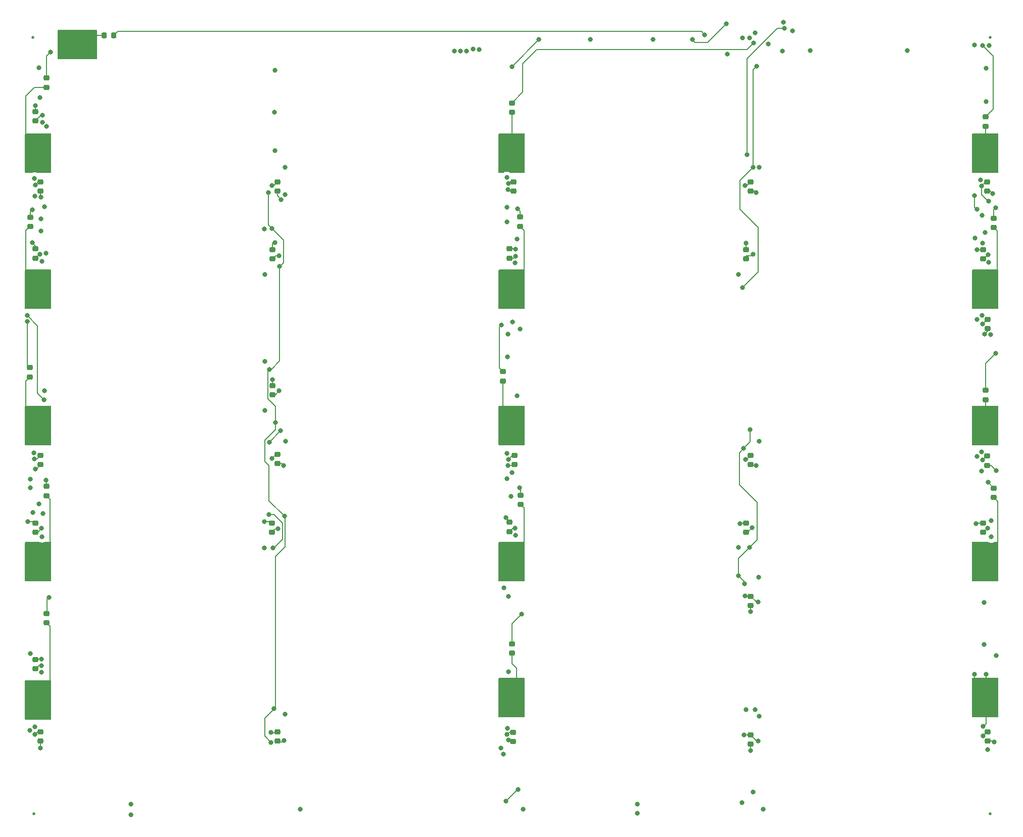
<source format=gtl>
G04 #@! TF.GenerationSoftware,KiCad,Pcbnew,8.0.0-1.fc39*
G04 #@! TF.CreationDate,2024-03-18T17:57:31+01:00*
G04 #@! TF.ProjectId,FT24-AMS-Slave_v1-VTSENS,46543234-2d41-44d5-932d-536c6176655f,rev?*
G04 #@! TF.SameCoordinates,Original*
G04 #@! TF.FileFunction,Copper,L1,Top*
G04 #@! TF.FilePolarity,Positive*
%FSLAX46Y46*%
G04 Gerber Fmt 4.6, Leading zero omitted, Abs format (unit mm)*
G04 Created by KiCad (PCBNEW 8.0.0-1.fc39) date 2024-03-18 17:57:31*
%MOMM*%
%LPD*%
G01*
G04 APERTURE LIST*
G04 Aperture macros list*
%AMRoundRect*
0 Rectangle with rounded corners*
0 $1 Rounding radius*
0 $2 $3 $4 $5 $6 $7 $8 $9 X,Y pos of 4 corners*
0 Add a 4 corners polygon primitive as box body*
4,1,4,$2,$3,$4,$5,$6,$7,$8,$9,$2,$3,0*
0 Add four circle primitives for the rounded corners*
1,1,$1+$1,$2,$3*
1,1,$1+$1,$4,$5*
1,1,$1+$1,$6,$7*
1,1,$1+$1,$8,$9*
0 Add four rect primitives between the rounded corners*
20,1,$1+$1,$2,$3,$4,$5,0*
20,1,$1+$1,$4,$5,$6,$7,0*
20,1,$1+$1,$6,$7,$8,$9,0*
20,1,$1+$1,$8,$9,$2,$3,0*%
G04 Aperture macros list end*
G04 #@! TA.AperFunction,SMDPad,CuDef*
%ADD10RoundRect,0.218750X-0.256250X0.218750X-0.256250X-0.218750X0.256250X-0.218750X0.256250X0.218750X0*%
G04 #@! TD*
G04 #@! TA.AperFunction,SMDPad,CuDef*
%ADD11RoundRect,0.225000X0.250000X-0.225000X0.250000X0.225000X-0.250000X0.225000X-0.250000X-0.225000X0*%
G04 #@! TD*
G04 #@! TA.AperFunction,SMDPad,CuDef*
%ADD12RoundRect,0.225000X-0.250000X0.225000X-0.250000X-0.225000X0.250000X-0.225000X0.250000X0.225000X0*%
G04 #@! TD*
G04 #@! TA.AperFunction,SMDPad,CuDef*
%ADD13RoundRect,0.381000X-0.762000X-0.381000X0.762000X-0.381000X0.762000X0.381000X-0.762000X0.381000X0*%
G04 #@! TD*
G04 #@! TA.AperFunction,SMDPad,CuDef*
%ADD14C,0.500000*%
G04 #@! TD*
G04 #@! TA.AperFunction,SMDPad,CuDef*
%ADD15RoundRect,0.218750X0.218750X0.256250X-0.218750X0.256250X-0.218750X-0.256250X0.218750X-0.256250X0*%
G04 #@! TD*
G04 #@! TA.AperFunction,ViaPad*
%ADD16C,0.800000*%
G04 #@! TD*
G04 #@! TA.AperFunction,Conductor*
%ADD17C,0.200000*%
G04 #@! TD*
G04 APERTURE END LIST*
D10*
X66080330Y-81862500D03*
X66080330Y-83437500D03*
D11*
X67080330Y-132355330D03*
X67080330Y-130805330D03*
D12*
X186880330Y-50805330D03*
X186880330Y-52355330D03*
D11*
X186080330Y-109455330D03*
X186080330Y-107905330D03*
D12*
X186880330Y-96605330D03*
X186880330Y-98155330D03*
D13*
X67530330Y-46030330D03*
D11*
X106780330Y-63655330D03*
X106780330Y-62105330D03*
D13*
X226180330Y-45880330D03*
D12*
X226580330Y-142905330D03*
X226580330Y-144455330D03*
X226480330Y-50805330D03*
X226480330Y-52355330D03*
D14*
X227000000Y-26600000D03*
D10*
X148300000Y-103262500D03*
X148300000Y-104837500D03*
D12*
X226480330Y-96705330D03*
X226480330Y-98255330D03*
D11*
X106780330Y-86455330D03*
X106780330Y-84905330D03*
D13*
X67680330Y-137180330D03*
X146880330Y-137180330D03*
D10*
X226180330Y-39892830D03*
X226180330Y-41467830D03*
D12*
X67880330Y-50805330D03*
X67880330Y-52355330D03*
X186880330Y-120200000D03*
X186880330Y-121750000D03*
X107580330Y-50805330D03*
X107580330Y-52355330D03*
D13*
X146780330Y-68880330D03*
D12*
X107580330Y-96405330D03*
X107580330Y-97955330D03*
D14*
X66600000Y-26600000D03*
D13*
X67480330Y-114480330D03*
X146880330Y-114380330D03*
D12*
X147080330Y-143005330D03*
X147080330Y-144555330D03*
X107580330Y-142905330D03*
X107580330Y-144455330D03*
X147180330Y-50805330D03*
X147180330Y-52355330D03*
D15*
X80167830Y-26280330D03*
X78592830Y-26280330D03*
D13*
X67480330Y-91680330D03*
D10*
X145400000Y-82562500D03*
X145400000Y-84137500D03*
X68900000Y-123062500D03*
X68900000Y-124637500D03*
X148280330Y-56662500D03*
X148280330Y-58237500D03*
D13*
X226180330Y-91580330D03*
X74180330Y-28180330D03*
D10*
X227600000Y-56862500D03*
X227600000Y-58437500D03*
D13*
X67480330Y-68680330D03*
X226280330Y-137280330D03*
D11*
X225780330Y-63655330D03*
X225780330Y-62105330D03*
D12*
X226580330Y-73805330D03*
X226580330Y-75355330D03*
X67880330Y-96605330D03*
X67880330Y-98155330D03*
D11*
X225780330Y-109455330D03*
X225780330Y-107905330D03*
D10*
X227580330Y-102062500D03*
X227580330Y-103637500D03*
X68900000Y-101762500D03*
X68900000Y-103337500D03*
D11*
X186080330Y-63655330D03*
X186080330Y-62105330D03*
D10*
X146880330Y-128162500D03*
X146880330Y-129737500D03*
D12*
X186880330Y-143425000D03*
X186880330Y-144975000D03*
D10*
X146900000Y-37562500D03*
X146900000Y-39137500D03*
X226180330Y-85692830D03*
X226180330Y-87267830D03*
D12*
X67880330Y-142905330D03*
X67880330Y-144455330D03*
D13*
X226280330Y-114380330D03*
D12*
X147280330Y-96605330D03*
X147280330Y-98155330D03*
D11*
X67080330Y-109455330D03*
X67080330Y-107905330D03*
D13*
X226180330Y-68780330D03*
D10*
X66180330Y-56692830D03*
X66180330Y-58267830D03*
X68900000Y-33362500D03*
X68900000Y-34937500D03*
D13*
X146880330Y-91680330D03*
D14*
X66800000Y-156600000D03*
D11*
X146480330Y-63555330D03*
X146480330Y-62005330D03*
X146480330Y-109355330D03*
X146480330Y-107805330D03*
D13*
X146880330Y-45980330D03*
D11*
X106680330Y-109455330D03*
X106680330Y-107905330D03*
X67080330Y-40555330D03*
X67080330Y-39005330D03*
D14*
X227000000Y-156600000D03*
D11*
X67080330Y-63555330D03*
X67080330Y-62005330D03*
D16*
X67815250Y-62931839D03*
X68000000Y-59000000D03*
X146900000Y-31450000D03*
X83080330Y-156780330D03*
X147880330Y-152580330D03*
X67600000Y-104750000D03*
X167880330Y-154980330D03*
X107180330Y-32080330D03*
X66946452Y-143303857D03*
X186000000Y-97300000D03*
X187258238Y-62933236D03*
X146252820Y-51084330D03*
X213080330Y-28780330D03*
X67600000Y-31650000D03*
X226000000Y-121250000D03*
X167880330Y-156580330D03*
X192340094Y-24012245D03*
X225696024Y-74597800D03*
X187098357Y-108691450D03*
X225707237Y-97388772D03*
X68100000Y-131800000D03*
X177100000Y-26950000D03*
X68000000Y-57000000D03*
X66200000Y-100600000D03*
X226300000Y-37350000D03*
X146200000Y-76250000D03*
X68100000Y-108800000D03*
X225808225Y-143592202D03*
X196880330Y-28780330D03*
X106700000Y-97100000D03*
X66200000Y-102050000D03*
X146000000Y-100450000D03*
X182800000Y-24250000D03*
X170500000Y-26950000D03*
X185900000Y-51400000D03*
X106463297Y-143025000D03*
X145880330Y-154480330D03*
X160000000Y-26950000D03*
X146000000Y-57450000D03*
X185400000Y-154750000D03*
X67000000Y-53150000D03*
X67030331Y-51319669D03*
X68300000Y-106350000D03*
X83080330Y-154980330D03*
X188100000Y-144399994D03*
X67800000Y-36650000D03*
X107180330Y-45580330D03*
X107705330Y-108900007D03*
X227104145Y-76362710D03*
X226100000Y-59250000D03*
X225600000Y-56350000D03*
X146000000Y-55050000D03*
X68200000Y-39649997D03*
X224400000Y-60200000D03*
X226700000Y-54000000D03*
X107880330Y-85800000D03*
X188080330Y-121174992D03*
X185780330Y-143400000D03*
X151400000Y-26950000D03*
X146100000Y-80050000D03*
X147000000Y-74250000D03*
X226600000Y-63018671D03*
X226300000Y-31750000D03*
X226000000Y-128250000D03*
X185880330Y-120175000D03*
X105480330Y-80880330D03*
X66900000Y-97200000D03*
X225500000Y-99200000D03*
X108855678Y-52923325D03*
X107100000Y-39150000D03*
X105380330Y-58680330D03*
X226524999Y-108825001D03*
X107850000Y-63127531D03*
X147500000Y-63200000D03*
X146300000Y-97300000D03*
X187300000Y-152950000D03*
X147400000Y-108800000D03*
X106700004Y-51400000D03*
X225550000Y-51461267D03*
X146048298Y-143341248D03*
X227385216Y-52781323D03*
X108181979Y-53718017D03*
X188280330Y-94250000D03*
X105380330Y-112100007D03*
X146000618Y-50065066D03*
X145900000Y-107000000D03*
X107205330Y-60980330D03*
X68100000Y-132900000D03*
X105475000Y-66325000D03*
X66505844Y-60952033D03*
X105400000Y-107700000D03*
X67000000Y-142100000D03*
X226280330Y-133280298D03*
X67989441Y-53298557D03*
X225800000Y-142000000D03*
X187780326Y-52562492D03*
X188180330Y-116975000D03*
X68192891Y-40792891D03*
X108930330Y-94250000D03*
X186880330Y-122775000D03*
X108734096Y-144365904D03*
X68100000Y-130700000D03*
X66800000Y-96200000D03*
X68150000Y-64100000D03*
X189850000Y-27650000D03*
X108863297Y-139925000D03*
X67030378Y-98850000D03*
X146249151Y-52088490D03*
X188282672Y-48367547D03*
X184780330Y-112037498D03*
X185100000Y-108000000D03*
X227955854Y-99100000D03*
X224605027Y-108068018D03*
X187780330Y-98250000D03*
X188283914Y-140301136D03*
X66900000Y-50192240D03*
X184780330Y-66250000D03*
X224805858Y-62100000D03*
X225392772Y-50473702D03*
X68135832Y-110200000D03*
X226750982Y-64286269D03*
X146000000Y-96300000D03*
X225574207Y-95977443D03*
X226062847Y-76286239D03*
X108599996Y-98299996D03*
X67880330Y-145580330D03*
X146161410Y-142289188D03*
X147400000Y-64300000D03*
X225622859Y-73154173D03*
X65795190Y-107714860D03*
X108880330Y-48350000D03*
X147500000Y-110000000D03*
X186880330Y-146000000D03*
X146200000Y-98300000D03*
X146320727Y-144303427D03*
X186080330Y-61050000D03*
X106780322Y-83900000D03*
X105480330Y-89100000D03*
X67080330Y-37999998D03*
X147500000Y-62050000D03*
X224355854Y-133281559D03*
X227700000Y-144600000D03*
X192175002Y-28825001D03*
X225710445Y-27921107D03*
X187370199Y-27468796D03*
X147827927Y-55250000D03*
X182950000Y-29350000D03*
X145070491Y-74723395D03*
X187574129Y-25831711D03*
X185500000Y-26650000D03*
X148177927Y-102043988D03*
X186644701Y-26684039D03*
X148500000Y-123150000D03*
X69300000Y-120350000D03*
X141399998Y-28600000D03*
X68849974Y-100750000D03*
X65700000Y-73180330D03*
X140355326Y-28550000D03*
X68499990Y-87250000D03*
X139299994Y-28850000D03*
X65700000Y-74180330D03*
X138249991Y-28850000D03*
X66550010Y-55450000D03*
X69600007Y-29050007D03*
X137199988Y-28850000D03*
X179150000Y-26150002D03*
X146900000Y-99450000D03*
X66180330Y-129780330D03*
X107975000Y-64925000D03*
X66580330Y-106180330D03*
X107280330Y-91080330D03*
X185680330Y-95450000D03*
X225671220Y-61055330D03*
X106482967Y-144645908D03*
X68850000Y-62753520D03*
X224805862Y-73850000D03*
X148780336Y-155880330D03*
X68900000Y-41500000D03*
X186780330Y-92280330D03*
X106650000Y-58590706D03*
X146723844Y-103475497D03*
X186280330Y-46180330D03*
X192500002Y-25050000D03*
X147752927Y-86614433D03*
X68600000Y-85750000D03*
X111380330Y-155880330D03*
X68600000Y-54900000D03*
X66150024Y-142691433D03*
X186642984Y-112037346D03*
X188980330Y-155880330D03*
X108780330Y-106780330D03*
X224755854Y-96750000D03*
X106280330Y-82180330D03*
X185792983Y-118087653D03*
X145044513Y-145634464D03*
X184780332Y-116775000D03*
X106992983Y-138992983D03*
X106039996Y-52547837D03*
X106830323Y-112099993D03*
X145500000Y-118750000D03*
X145427927Y-146620350D03*
X227155854Y-110250000D03*
X187600000Y-139200000D03*
X187900000Y-31410000D03*
X106205330Y-94355350D03*
X186100000Y-139200000D03*
X106180330Y-106480330D03*
X226580330Y-145880330D03*
X227155826Y-107550000D03*
X224355854Y-53050000D03*
X146299999Y-132850001D03*
X108080330Y-92480330D03*
X148202927Y-75450000D03*
X146330330Y-120180330D03*
X227955854Y-130150000D03*
X187284900Y-48300788D03*
X224755854Y-55394665D03*
X147700000Y-60350000D03*
X185480330Y-68480330D03*
X226600000Y-101050000D03*
X193850000Y-25450004D03*
X227880330Y-79480330D03*
X224380331Y-27869669D03*
X226800000Y-27950000D03*
X227880332Y-55080330D03*
D17*
X225894670Y-109455330D02*
X226524999Y-108825001D01*
X107580330Y-50805330D02*
X106985660Y-51400000D01*
X106780330Y-86455330D02*
X107225000Y-86455330D01*
X67444670Y-109455330D02*
X67080330Y-109455330D01*
X182800000Y-24250000D02*
X179650000Y-27400000D01*
X226488494Y-73805330D02*
X226580330Y-73805330D01*
X186334477Y-109455330D02*
X187098357Y-108691450D01*
X186285660Y-51400000D02*
X185900000Y-51400000D01*
X187855322Y-121174992D02*
X188080330Y-121174992D01*
X226495097Y-142905330D02*
X225808225Y-143592202D01*
X225780330Y-109455330D02*
X225894670Y-109455330D01*
X107308129Y-63127531D02*
X107850000Y-63127531D01*
X226390679Y-96705330D02*
X226480330Y-96705330D01*
X186185660Y-97300000D02*
X186880330Y-96605330D01*
X147080330Y-143005330D02*
X146384216Y-143005330D01*
X147035660Y-108800000D02*
X146480330Y-109355330D01*
X106680330Y-109455330D02*
X107235653Y-108900007D01*
X186880330Y-143425000D02*
X187855324Y-144399994D01*
X147144670Y-63555330D02*
X146480330Y-63555330D01*
X147780330Y-152580330D02*
X147880330Y-152580330D01*
X186880330Y-50805330D02*
X186285660Y-51400000D01*
X106780330Y-63655330D02*
X107308129Y-63127531D01*
X186880330Y-120200000D02*
X185905330Y-120200000D01*
X146900000Y-31450000D02*
X151400000Y-26950000D01*
X146384216Y-143005330D02*
X146048298Y-143341248D01*
X147400000Y-108800000D02*
X147035660Y-108800000D01*
X147280330Y-96605330D02*
X146994670Y-96605330D01*
X179650000Y-27400000D02*
X177550000Y-27400000D01*
X67880330Y-142905330D02*
X67344979Y-142905330D01*
X225707237Y-97388772D02*
X226390679Y-96705330D01*
X147380330Y-152980330D02*
X147780330Y-152580330D01*
X146531820Y-50805330D02*
X146252820Y-51084330D01*
X67285660Y-97200000D02*
X67880330Y-96605330D01*
X225780330Y-63655330D02*
X225963341Y-63655330D01*
X67080330Y-63555330D02*
X67703821Y-62931839D01*
X67985663Y-39649997D02*
X68200000Y-39649997D01*
X146994670Y-96605330D02*
X146300000Y-97300000D01*
X226615686Y-54000000D02*
X226700000Y-54000000D01*
X106488297Y-143050000D02*
X106463297Y-143025000D01*
X67880330Y-50805330D02*
X67544670Y-50805330D01*
X187855324Y-144399994D02*
X188100000Y-144399994D01*
X67544670Y-50805330D02*
X67030331Y-51319669D01*
X147380330Y-152980330D02*
X145880330Y-154480330D01*
X226580330Y-142905330D02*
X226495097Y-142905330D01*
X147180330Y-50805330D02*
X146531820Y-50805330D01*
X106985660Y-51400000D02*
X106700004Y-51400000D01*
X186080330Y-109455330D02*
X186334477Y-109455330D01*
X185805330Y-143425000D02*
X185780330Y-143400000D01*
X107563297Y-143050000D02*
X106488297Y-143050000D01*
X225963341Y-63655330D02*
X226600000Y-63018671D01*
X186080330Y-63125000D02*
X187066474Y-63125000D01*
X67703821Y-62931839D02*
X67815250Y-62931839D01*
X68100000Y-108800000D02*
X67444670Y-109455330D01*
X177550000Y-27400000D02*
X177100000Y-26950000D01*
X225550000Y-51461267D02*
X225550000Y-52934314D01*
X147500000Y-63200000D02*
X147144670Y-63555330D01*
X107235653Y-108900007D02*
X107705330Y-108900007D01*
X66900000Y-97200000D02*
X67285660Y-97200000D01*
X186880330Y-120200000D02*
X187855322Y-121174992D01*
X107225000Y-86455330D02*
X107880330Y-85800000D01*
X187066474Y-63125000D02*
X187258238Y-62933236D01*
X186880330Y-143425000D02*
X185805330Y-143425000D01*
X226205937Y-50805330D02*
X226480330Y-50805330D01*
X107394670Y-96405330D02*
X106700000Y-97100000D01*
X68100000Y-131800000D02*
X67635660Y-131800000D01*
X225550000Y-52934314D02*
X226615686Y-54000000D01*
X67635660Y-131800000D02*
X67080330Y-132355330D01*
X225550000Y-51461267D02*
X226205937Y-50805330D01*
X225696024Y-74597800D02*
X226488494Y-73805330D01*
X107580330Y-96405330D02*
X107394670Y-96405330D01*
X185905330Y-120200000D02*
X185880330Y-120175000D01*
X67080330Y-40555330D02*
X67985663Y-39649997D01*
X186000000Y-97300000D02*
X186185660Y-97300000D01*
X67344979Y-142905330D02*
X66946452Y-143303857D01*
X226280330Y-137280330D02*
X226280330Y-133280298D01*
X67030378Y-98850000D02*
X67185660Y-98850000D01*
X107580330Y-53116368D02*
X108181979Y-53718017D01*
X146515991Y-52355330D02*
X146249151Y-52088490D01*
X147135660Y-98300000D02*
X146200000Y-98300000D01*
X107563297Y-144600000D02*
X108500000Y-144600000D01*
X146480330Y-62005330D02*
X147455330Y-62005330D01*
X67880330Y-144455330D02*
X67880330Y-145580330D01*
X185194670Y-107905330D02*
X185100000Y-108000000D01*
X186880330Y-52355330D02*
X187573164Y-52355330D01*
X226959223Y-52355330D02*
X227385216Y-52781323D01*
X227955854Y-99100000D02*
X227111184Y-98255330D01*
X106880330Y-60980330D02*
X107205330Y-60980330D01*
X107580330Y-97955330D02*
X108255330Y-97955330D01*
X68100000Y-130700000D02*
X67185660Y-130700000D01*
X186880330Y-144975000D02*
X186880330Y-146000000D01*
X66889860Y-107714860D02*
X67080330Y-107905330D01*
X186975000Y-98250000D02*
X187780330Y-98250000D01*
X225780330Y-62105330D02*
X224811188Y-62105330D01*
X187573164Y-52355330D02*
X187780326Y-52562492D01*
X67080330Y-62005330D02*
X67080330Y-61526519D01*
X147280330Y-98155330D02*
X147135660Y-98300000D01*
X65795190Y-107714860D02*
X66889860Y-107714860D01*
X225800000Y-142000000D02*
X226280330Y-141519670D01*
X147455330Y-62005330D02*
X147500000Y-62050000D01*
X186080330Y-107905330D02*
X185194670Y-107905330D01*
X224767715Y-107905330D02*
X224605027Y-108068018D01*
X107580330Y-52355330D02*
X107580330Y-53116368D01*
X67080330Y-39005330D02*
X67080330Y-37999998D01*
X227555330Y-144455330D02*
X227700000Y-144600000D01*
X67185660Y-130700000D02*
X67080330Y-130805330D01*
X226580330Y-144455330D02*
X227555330Y-144455330D01*
X67880330Y-53189446D02*
X67989441Y-53298557D01*
X106780330Y-83900008D02*
X106780322Y-83900000D01*
X146480330Y-107805330D02*
X146480330Y-107580330D01*
X108255330Y-97955330D02*
X108599996Y-98299996D01*
X186880330Y-121750000D02*
X186880330Y-122775000D01*
X227111184Y-98255330D02*
X226480330Y-98255330D01*
X224355854Y-135355854D02*
X226280330Y-137280330D01*
X224355854Y-133281559D02*
X224355854Y-135355854D01*
X106780330Y-84905330D02*
X106780330Y-83900008D01*
X224811188Y-62105330D02*
X224805858Y-62100000D01*
X226580330Y-75355330D02*
X226580330Y-75768756D01*
X146558757Y-144303427D02*
X146320727Y-144303427D01*
X226480330Y-52355330D02*
X226959223Y-52355330D01*
X186880330Y-98155330D02*
X186975000Y-98250000D01*
X67185660Y-98850000D02*
X67880330Y-98155330D01*
X105400000Y-107700000D02*
X106475000Y-107700000D01*
X106475000Y-107700000D02*
X106680330Y-107905330D01*
X106780330Y-61080330D02*
X106880330Y-60980330D01*
X146320727Y-144303427D02*
X146572630Y-144555330D01*
X108500000Y-144600000D02*
X108734096Y-144365904D01*
X147180330Y-52355330D02*
X146515991Y-52355330D01*
X146480330Y-107580330D02*
X145900000Y-107000000D01*
X146572630Y-144555330D02*
X147080330Y-144555330D01*
X226280330Y-141519670D02*
X226280330Y-137280330D01*
X106780330Y-62105330D02*
X106780330Y-61080330D01*
X67880330Y-52355330D02*
X67880330Y-53189446D01*
X226580330Y-75768756D02*
X226062847Y-76286239D01*
X186080330Y-62105330D02*
X186080330Y-61050000D01*
X225780330Y-107905330D02*
X224767715Y-107905330D01*
X67080330Y-61526519D02*
X66505844Y-60952033D01*
X226180330Y-39892830D02*
X227500000Y-38573160D01*
X227500000Y-38573160D02*
X227500000Y-29710662D01*
X227500000Y-29710662D02*
X225710445Y-27921107D01*
X148700000Y-30960660D02*
X151060660Y-28600000D01*
X151060660Y-28600000D02*
X186238995Y-28600000D01*
X146900000Y-37562500D02*
X148700000Y-35762500D01*
X186238995Y-28600000D02*
X187370199Y-27468796D01*
X148700000Y-35762500D02*
X148700000Y-30960660D01*
X148280330Y-55702403D02*
X148280330Y-56662500D01*
X147827927Y-55250000D02*
X148280330Y-55702403D01*
X144780330Y-81942830D02*
X144780330Y-75013556D01*
X145027427Y-74766459D02*
X145070491Y-74723395D01*
X144780330Y-75013556D02*
X145070491Y-74723395D01*
X145400000Y-82562500D02*
X144780330Y-81942830D01*
X148300000Y-103262500D02*
X148300000Y-102166061D01*
X148300000Y-102166061D02*
X148177927Y-102043988D01*
X146880330Y-124769670D02*
X148500000Y-123150000D01*
X146880330Y-128162500D02*
X146880330Y-124769670D01*
X68980330Y-122982170D02*
X68900000Y-123062500D01*
X69300000Y-120350000D02*
X68980330Y-120669670D01*
X68980330Y-120669670D02*
X68980330Y-122982170D01*
X67400000Y-74880330D02*
X67400000Y-86150010D01*
X67400000Y-86150010D02*
X68499990Y-87250000D01*
X68849974Y-100750000D02*
X68900000Y-100800026D01*
X65700000Y-73180330D02*
X67400000Y-74880330D01*
X68900000Y-100800026D02*
X68900000Y-101762500D01*
X65680330Y-74200000D02*
X65680330Y-81462500D01*
X65680330Y-81462500D02*
X66080330Y-81862500D01*
X65700000Y-74180330D02*
X65680330Y-74200000D01*
X66180330Y-55819680D02*
X66550010Y-55450000D01*
X66180330Y-56692830D02*
X66180330Y-55819680D01*
X68900000Y-33162500D02*
X68900000Y-29750014D01*
X68900000Y-29750014D02*
X69600007Y-29050007D01*
X80167830Y-26280330D02*
X80848160Y-25600000D01*
X178599998Y-25600000D02*
X179150000Y-26150002D01*
X80848160Y-25600000D02*
X178599998Y-25600000D01*
X107280330Y-138705636D02*
X106992983Y-138992983D01*
X191344630Y-25050000D02*
X192500002Y-25050000D01*
X107280330Y-91080330D02*
X107280330Y-92280330D01*
X186280330Y-30114300D02*
X191344630Y-25050000D01*
X105463297Y-143626238D02*
X105463297Y-140650306D01*
X107280330Y-91080330D02*
X107280330Y-88400000D01*
X105980330Y-87100000D02*
X105980330Y-82480330D01*
X184780332Y-113899998D02*
X184780332Y-116775000D01*
X185792983Y-118087653D02*
X185792983Y-117787651D01*
X105980330Y-82480330D02*
X106280330Y-82180330D01*
X108780330Y-106780330D02*
X108880330Y-106880330D01*
X184980330Y-96150000D02*
X184980330Y-101480330D01*
X187980330Y-104480330D02*
X187980330Y-110700000D01*
X108880330Y-111900007D02*
X107280330Y-113500007D01*
X187980330Y-110700000D02*
X186642984Y-112037346D01*
X186780330Y-94350000D02*
X186780330Y-92280330D01*
X106039996Y-57980702D02*
X106650000Y-58590706D01*
X107975000Y-64925000D02*
X108575000Y-64325000D01*
X106039996Y-52547837D02*
X106039996Y-57980702D01*
X107975000Y-64925000D02*
X107980330Y-64930330D01*
X185680330Y-95450000D02*
X184980330Y-96150000D01*
X105480330Y-94080330D02*
X105480330Y-97580330D01*
X106580330Y-82180330D02*
X106280330Y-82180330D01*
X107980330Y-64930330D02*
X107980330Y-80780330D01*
X184980330Y-101480330D02*
X187980330Y-104480330D01*
X106200000Y-104200000D02*
X108780330Y-106780330D01*
X107280330Y-88400000D02*
X105980330Y-87100000D01*
X185792983Y-117787651D02*
X184780332Y-116775000D01*
X186280330Y-46180330D02*
X186280330Y-30114300D01*
X186642984Y-112037346D02*
X184780332Y-113899998D01*
X107980330Y-80780330D02*
X106580330Y-82180330D01*
X105480330Y-97580330D02*
X106200000Y-98300000D01*
X108580330Y-60521036D02*
X106650000Y-58590706D01*
X108880330Y-106880330D02*
X108880330Y-111900007D01*
X106200000Y-98300000D02*
X106200000Y-104200000D01*
X105463297Y-140650306D02*
X106975950Y-139137653D01*
X107280330Y-92280330D02*
X105480330Y-94080330D01*
X108580330Y-64319670D02*
X108580330Y-60521036D01*
X106482967Y-144645908D02*
X105463297Y-143626238D01*
X107280330Y-113500007D02*
X107280330Y-138705636D01*
X185680330Y-95450000D02*
X186780330Y-94350000D01*
X187284900Y-48300788D02*
X187284900Y-32025100D01*
X108430330Y-107930330D02*
X108430330Y-110650007D01*
X224755854Y-55394665D02*
X224355854Y-54994665D01*
X224355854Y-54994665D02*
X224355854Y-53050000D01*
X185480330Y-68480330D02*
X188080330Y-65880330D01*
X185050000Y-55350000D02*
X185050000Y-50535688D01*
X106205330Y-94355330D02*
X106205330Y-94355350D01*
X106980344Y-112099993D02*
X106830323Y-112099993D01*
X108080330Y-92480330D02*
X106205330Y-94355330D01*
X187284900Y-32025100D02*
X187900000Y-31410000D01*
X188080330Y-58380330D02*
X185050000Y-55350000D01*
X185050000Y-50535688D02*
X187284900Y-48300788D01*
X106980330Y-106480330D02*
X108430330Y-107930330D01*
X108430330Y-110650007D02*
X106980344Y-112099993D01*
X106180330Y-106480330D02*
X106980330Y-106480330D01*
X188080330Y-65880330D02*
X188080330Y-58380330D01*
X228255854Y-112404806D02*
X228255854Y-104313024D01*
X228255854Y-104313024D02*
X227580330Y-103637500D01*
X226280330Y-114380330D02*
X228255854Y-112404806D01*
X226180330Y-91580330D02*
X226180330Y-87267830D01*
X228200000Y-59037500D02*
X227600000Y-58437500D01*
X228200000Y-66760660D02*
X228200000Y-59037500D01*
X226180330Y-68780330D02*
X228200000Y-66760660D01*
X226180330Y-45880330D02*
X226180330Y-41467830D01*
X146880330Y-39157170D02*
X146900000Y-39137500D01*
X146880330Y-45980330D02*
X146880330Y-39157170D01*
X148927927Y-66732733D02*
X148927927Y-58885097D01*
X148927927Y-58885097D02*
X148280330Y-58237500D01*
X146780330Y-68880330D02*
X148927927Y-66732733D01*
X145380330Y-90180330D02*
X145380330Y-84157170D01*
X145380330Y-84157170D02*
X145400000Y-84137500D01*
X146880330Y-91680330D02*
X145380330Y-90180330D01*
X148300000Y-104837500D02*
X148900000Y-105437500D01*
X148900000Y-105437500D02*
X148900000Y-112360660D01*
X148900000Y-112360660D02*
X146880330Y-114380330D01*
X146880330Y-137180330D02*
X147642330Y-136418330D01*
X146880330Y-131492831D02*
X146880330Y-129737500D01*
X147642330Y-136418330D02*
X147642330Y-132254831D01*
X147642330Y-132254831D02*
X146880330Y-131492831D01*
X69480330Y-125217830D02*
X68900000Y-124637500D01*
X69480330Y-135380330D02*
X69480330Y-125217830D01*
X67680330Y-137180330D02*
X69480330Y-135380330D01*
X69500000Y-112460660D02*
X69500000Y-103937500D01*
X67480330Y-114480330D02*
X69500000Y-112460660D01*
X69500000Y-103937500D02*
X68900000Y-103337500D01*
X65400000Y-84117830D02*
X66080330Y-83437500D01*
X65400000Y-89600000D02*
X65400000Y-84117830D01*
X67480330Y-90918330D02*
X67400000Y-90838000D01*
X67480330Y-91680330D02*
X67480330Y-90918330D01*
X67480330Y-91680330D02*
X65400000Y-89600000D01*
X66082170Y-58267830D02*
X66180330Y-58267830D01*
X65400000Y-58950000D02*
X66082170Y-58267830D01*
X65400000Y-66600000D02*
X65400000Y-58950000D01*
X67480330Y-68680330D02*
X65400000Y-66600000D01*
X66856865Y-34937500D02*
X68900000Y-34937500D01*
X65400000Y-43900000D02*
X65400000Y-36394365D01*
X65400000Y-36394365D02*
X66856865Y-34937500D01*
X67530330Y-46030330D02*
X65400000Y-43900000D01*
X76080330Y-26280330D02*
X78592830Y-26280330D01*
X74180330Y-28180330D02*
X76080330Y-26280330D01*
X226600000Y-101082170D02*
X226600000Y-101050000D01*
X227580330Y-102062500D02*
X226600000Y-101082170D01*
X226180330Y-81180330D02*
X227880330Y-79480330D01*
X226180330Y-85692830D02*
X226180330Y-81180330D01*
X227600000Y-56862500D02*
X227600000Y-55360662D01*
X227600000Y-55360662D02*
X227880332Y-55080330D01*
G04 #@! TA.AperFunction,Conductor*
G36*
X69642539Y-42700015D02*
G01*
X69688294Y-42752819D01*
X69699500Y-42804330D01*
X69699500Y-49156330D01*
X69679815Y-49223369D01*
X69627011Y-49269124D01*
X69575500Y-49280330D01*
X67347413Y-49280330D01*
X67288960Y-49265688D01*
X67284732Y-49263428D01*
X67284729Y-49263427D01*
X67284727Y-49263426D01*
X67096132Y-49206216D01*
X67096129Y-49206215D01*
X66900000Y-49186899D01*
X66703870Y-49206215D01*
X66647322Y-49223369D01*
X66515273Y-49263426D01*
X66515272Y-49263426D01*
X66515267Y-49263428D01*
X66511040Y-49265688D01*
X66452587Y-49280330D01*
X65424500Y-49280330D01*
X65357461Y-49260645D01*
X65311706Y-49207841D01*
X65300500Y-49156330D01*
X65300500Y-42804330D01*
X65320185Y-42737291D01*
X65372989Y-42691536D01*
X65424500Y-42680330D01*
X69575500Y-42680330D01*
X69642539Y-42700015D01*
G37*
G04 #@! TD.AperFunction*
G04 #@! TA.AperFunction,Conductor*
G36*
X67687790Y-111094971D02*
G01*
X67751105Y-111128814D01*
X67939700Y-111186024D01*
X68135832Y-111205341D01*
X68331964Y-111186024D01*
X68520559Y-111128814D01*
X68583873Y-111094971D01*
X68642326Y-111080330D01*
X69575500Y-111080330D01*
X69642539Y-111100015D01*
X69688294Y-111152819D01*
X69699500Y-111204330D01*
X69699500Y-117556330D01*
X69679815Y-117623369D01*
X69627011Y-117669124D01*
X69575500Y-117680330D01*
X65424500Y-117680330D01*
X65357461Y-117660645D01*
X65311706Y-117607841D01*
X65300500Y-117556330D01*
X65300500Y-111204330D01*
X65320185Y-111137291D01*
X65372989Y-111091536D01*
X65424500Y-111080330D01*
X67629338Y-111080330D01*
X67687790Y-111094971D01*
G37*
G04 #@! TD.AperFunction*
G04 #@! TA.AperFunction,Conductor*
G36*
X228341002Y-133894682D02*
G01*
X228355354Y-133929330D01*
X228355354Y-140431330D01*
X228341002Y-140465978D01*
X228306354Y-140480330D01*
X224005354Y-140480330D01*
X223970706Y-140465978D01*
X223956354Y-140431330D01*
X223956354Y-133929330D01*
X223970706Y-133894682D01*
X224005354Y-133880330D01*
X228306354Y-133880330D01*
X228341002Y-133894682D01*
G37*
G04 #@! TD.AperFunction*
G04 #@! TA.AperFunction,Conductor*
G36*
X69642539Y-134269685D02*
G01*
X69688294Y-134322489D01*
X69699500Y-134374000D01*
X69699500Y-140726000D01*
X69679815Y-140793039D01*
X69627011Y-140838794D01*
X69575500Y-140850000D01*
X65424500Y-140850000D01*
X65357461Y-140830315D01*
X65311706Y-140777511D01*
X65300500Y-140726000D01*
X65300500Y-134374000D01*
X65320185Y-134306961D01*
X65372989Y-134261206D01*
X65424500Y-134250000D01*
X69575500Y-134250000D01*
X69642539Y-134269685D01*
G37*
G04 #@! TD.AperFunction*
G04 #@! TA.AperFunction,Conductor*
G36*
X69642539Y-65500015D02*
G01*
X69688294Y-65552819D01*
X69699500Y-65604330D01*
X69699500Y-71956330D01*
X69679815Y-72023369D01*
X69627011Y-72069124D01*
X69575500Y-72080330D01*
X65424500Y-72080330D01*
X65357461Y-72060645D01*
X65311706Y-72007841D01*
X65300500Y-71956330D01*
X65300500Y-65604330D01*
X65320185Y-65537291D01*
X65372989Y-65491536D01*
X65424500Y-65480330D01*
X69575500Y-65480330D01*
X69642539Y-65500015D01*
G37*
G04 #@! TD.AperFunction*
G04 #@! TA.AperFunction,Conductor*
G36*
X77323369Y-25320185D02*
G01*
X77369124Y-25372989D01*
X77380330Y-25424500D01*
X77380330Y-30075500D01*
X77360645Y-30142539D01*
X77307841Y-30188294D01*
X77256330Y-30199500D01*
X70904330Y-30199500D01*
X70837291Y-30179815D01*
X70791536Y-30127011D01*
X70780330Y-30075500D01*
X70780330Y-25424500D01*
X70800015Y-25357461D01*
X70852819Y-25311706D01*
X70904330Y-25300500D01*
X77256330Y-25300500D01*
X77323369Y-25320185D01*
G37*
G04 #@! TD.AperFunction*
G04 #@! TA.AperFunction,Conductor*
G36*
X148970466Y-133900015D02*
G01*
X149016221Y-133952819D01*
X149027427Y-134004330D01*
X149027427Y-140356330D01*
X149007742Y-140423369D01*
X148954938Y-140469124D01*
X148903427Y-140480330D01*
X144752427Y-140480330D01*
X144685388Y-140460645D01*
X144639633Y-140407841D01*
X144628427Y-140356330D01*
X144628427Y-134004330D01*
X144648112Y-133937291D01*
X144700916Y-133891536D01*
X144752427Y-133880330D01*
X148903427Y-133880330D01*
X148970466Y-133900015D01*
G37*
G04 #@! TD.AperFunction*
G04 #@! TA.AperFunction,Conductor*
G36*
X69642539Y-88300015D02*
G01*
X69688294Y-88352819D01*
X69699500Y-88404330D01*
X69699500Y-94756330D01*
X69679815Y-94823369D01*
X69627011Y-94869124D01*
X69575500Y-94880330D01*
X65424500Y-94880330D01*
X65357461Y-94860645D01*
X65311706Y-94807841D01*
X65300500Y-94756330D01*
X65300500Y-88404330D01*
X65320185Y-88337291D01*
X65372989Y-88291536D01*
X65424500Y-88280330D01*
X69575500Y-88280330D01*
X69642539Y-88300015D01*
G37*
G04 #@! TD.AperFunction*
G04 #@! TA.AperFunction,Conductor*
G36*
X148970466Y-42700015D02*
G01*
X149016221Y-42752819D01*
X149027427Y-42804330D01*
X149027427Y-49156330D01*
X149007742Y-49223369D01*
X148954938Y-49269124D01*
X148903427Y-49280330D01*
X146665879Y-49280330D01*
X146598840Y-49260645D01*
X146587213Y-49252182D01*
X146559158Y-49229157D01*
X146559150Y-49229152D01*
X146385351Y-49136254D01*
X146385345Y-49136252D01*
X146196750Y-49079042D01*
X146196747Y-49079041D01*
X146000618Y-49059725D01*
X145804488Y-49079041D01*
X145615884Y-49136254D01*
X145442085Y-49229152D01*
X145442077Y-49229157D01*
X145414023Y-49252182D01*
X145349714Y-49279496D01*
X145335357Y-49280330D01*
X144752427Y-49280330D01*
X144685388Y-49260645D01*
X144639633Y-49207841D01*
X144628427Y-49156330D01*
X144628427Y-42804330D01*
X144648112Y-42737291D01*
X144700916Y-42691536D01*
X144752427Y-42680330D01*
X148903427Y-42680330D01*
X148970466Y-42700015D01*
G37*
G04 #@! TD.AperFunction*
G04 #@! TA.AperFunction,Conductor*
G36*
X228314545Y-65499237D02*
G01*
X228350509Y-65548737D01*
X228355354Y-65579330D01*
X228355354Y-71981330D01*
X228336447Y-72039521D01*
X228286947Y-72075485D01*
X228256354Y-72080330D01*
X224055354Y-72080330D01*
X223997163Y-72061423D01*
X223961199Y-72011923D01*
X223956354Y-71981330D01*
X223956354Y-65579330D01*
X223975261Y-65521139D01*
X224024761Y-65485175D01*
X224055354Y-65480330D01*
X228256354Y-65480330D01*
X228314545Y-65499237D01*
G37*
G04 #@! TD.AperFunction*
G04 #@! TA.AperFunction,Conductor*
G36*
X226597701Y-111086116D02*
G01*
X226771127Y-111178814D01*
X226959722Y-111236024D01*
X227155854Y-111255341D01*
X227351986Y-111236024D01*
X227540581Y-111178814D01*
X227714007Y-111086116D01*
X227737105Y-111080330D01*
X228306354Y-111080330D01*
X228341002Y-111094682D01*
X228355354Y-111129330D01*
X228355354Y-117631330D01*
X228341002Y-117665978D01*
X228306354Y-117680330D01*
X224005354Y-117680330D01*
X223970706Y-117665978D01*
X223956354Y-117631330D01*
X223956354Y-111129330D01*
X223970706Y-111094682D01*
X224005354Y-111080330D01*
X226574603Y-111080330D01*
X226597701Y-111086116D01*
G37*
G04 #@! TD.AperFunction*
G04 #@! TA.AperFunction,Conductor*
G36*
X228341002Y-88294682D02*
G01*
X228355354Y-88329330D01*
X228355354Y-94831330D01*
X228341002Y-94865978D01*
X228306354Y-94880330D01*
X224005354Y-94880330D01*
X223970706Y-94865978D01*
X223956354Y-94831330D01*
X223956354Y-88329330D01*
X223970706Y-88294682D01*
X224005354Y-88280330D01*
X228306354Y-88280330D01*
X228341002Y-88294682D01*
G37*
G04 #@! TD.AperFunction*
G04 #@! TA.AperFunction,Conductor*
G36*
X148970466Y-111100015D02*
G01*
X149016221Y-111152819D01*
X149027427Y-111204330D01*
X149027427Y-117556330D01*
X149007742Y-117623369D01*
X148954938Y-117669124D01*
X148903427Y-117680330D01*
X144752427Y-117680330D01*
X144685388Y-117660645D01*
X144639633Y-117607841D01*
X144628427Y-117556330D01*
X144628427Y-111204330D01*
X144648112Y-111137291D01*
X144700916Y-111091536D01*
X144752427Y-111080330D01*
X148903427Y-111080330D01*
X148970466Y-111100015D01*
G37*
G04 #@! TD.AperFunction*
G04 #@! TA.AperFunction,Conductor*
G36*
X148970466Y-88300015D02*
G01*
X149016221Y-88352819D01*
X149027427Y-88404330D01*
X149027427Y-94756330D01*
X149007742Y-94823369D01*
X148954938Y-94869124D01*
X148903427Y-94880330D01*
X144752427Y-94880330D01*
X144685388Y-94860645D01*
X144639633Y-94807841D01*
X144628427Y-94756330D01*
X144628427Y-88404330D01*
X144648112Y-88337291D01*
X144700916Y-88291536D01*
X144752427Y-88280330D01*
X148903427Y-88280330D01*
X148970466Y-88300015D01*
G37*
G04 #@! TD.AperFunction*
G04 #@! TA.AperFunction,Conductor*
G36*
X228314545Y-42699237D02*
G01*
X228350509Y-42748737D01*
X228355354Y-42779330D01*
X228355354Y-49181330D01*
X228336447Y-49239521D01*
X228286947Y-49275485D01*
X228256354Y-49280330D01*
X224055354Y-49280330D01*
X223997163Y-49261423D01*
X223961199Y-49211923D01*
X223956354Y-49181330D01*
X223956354Y-42779330D01*
X223975261Y-42721139D01*
X224024761Y-42685175D01*
X224055354Y-42680330D01*
X228256354Y-42680330D01*
X228314545Y-42699237D01*
G37*
G04 #@! TD.AperFunction*
G04 #@! TA.AperFunction,Conductor*
G36*
X148970466Y-65500015D02*
G01*
X149016221Y-65552819D01*
X149027427Y-65604330D01*
X149027427Y-71956330D01*
X149007742Y-72023369D01*
X148954938Y-72069124D01*
X148903427Y-72080330D01*
X144752427Y-72080330D01*
X144685388Y-72060645D01*
X144639633Y-72007841D01*
X144628427Y-71956330D01*
X144628427Y-65604330D01*
X144648112Y-65537291D01*
X144700916Y-65491536D01*
X144752427Y-65480330D01*
X148903427Y-65480330D01*
X148970466Y-65500015D01*
G37*
G04 #@! TD.AperFunction*
M02*

</source>
